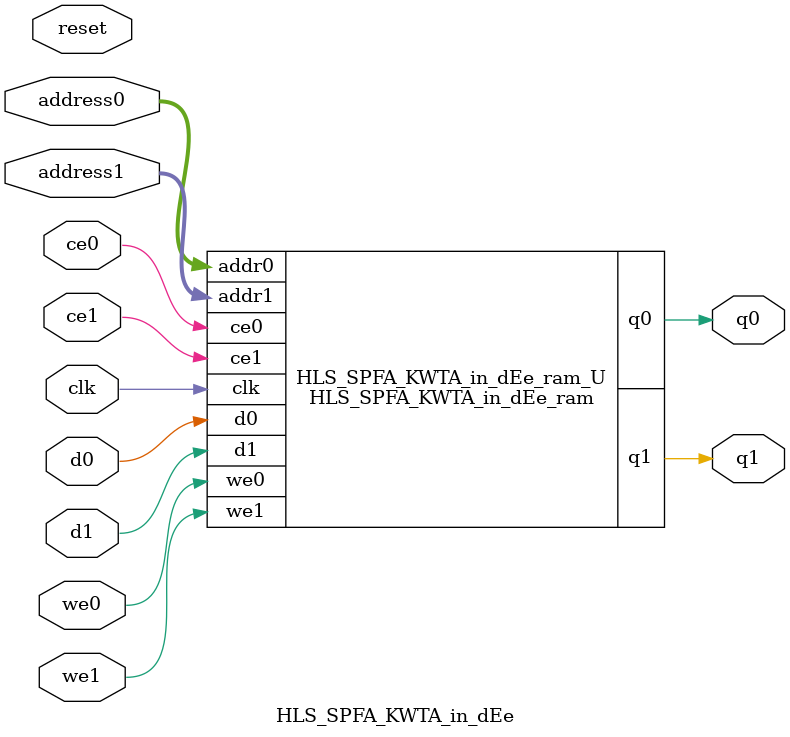
<source format=v>

`timescale 1 ns / 1 ps
module HLS_SPFA_KWTA_in_dEe_ram (addr0, ce0, d0, we0, q0, addr1, ce1, d1, we1, q1,  clk);

parameter DWIDTH = 1;
parameter AWIDTH = 8;
parameter MEM_SIZE = 200;

input[AWIDTH-1:0] addr0;
input ce0;
input[DWIDTH-1:0] d0;
input we0;
output reg[DWIDTH-1:0] q0;
input[AWIDTH-1:0] addr1;
input ce1;
input[DWIDTH-1:0] d1;
input we1;
output reg[DWIDTH-1:0] q1;
input clk;

(* ram_style = "block" *)reg [DWIDTH-1:0] ram[0:MEM_SIZE-1];




always @(posedge clk)  
begin 
    if (ce0) 
    begin
        if (we0) 
        begin 
            ram[addr0] <= d0; 
            q0 <= d0;
        end 
        else 
            q0 <= ram[addr0];
    end
end


always @(posedge clk)  
begin 
    if (ce1) 
    begin
        if (we1) 
        begin 
            ram[addr1] <= d1; 
            q1 <= d1;
        end 
        else 
            q1 <= ram[addr1];
    end
end


endmodule


`timescale 1 ns / 1 ps
module HLS_SPFA_KWTA_in_dEe(
    reset,
    clk,
    address0,
    ce0,
    we0,
    d0,
    q0,
    address1,
    ce1,
    we1,
    d1,
    q1);

parameter DataWidth = 32'd1;
parameter AddressRange = 32'd200;
parameter AddressWidth = 32'd8;
input reset;
input clk;
input[AddressWidth - 1:0] address0;
input ce0;
input we0;
input[DataWidth - 1:0] d0;
output[DataWidth - 1:0] q0;
input[AddressWidth - 1:0] address1;
input ce1;
input we1;
input[DataWidth - 1:0] d1;
output[DataWidth - 1:0] q1;



HLS_SPFA_KWTA_in_dEe_ram HLS_SPFA_KWTA_in_dEe_ram_U(
    .clk( clk ),
    .addr0( address0 ),
    .ce0( ce0 ),
    .we0( we0 ),
    .d0( d0 ),
    .q0( q0 ),
    .addr1( address1 ),
    .ce1( ce1 ),
    .we1( we1 ),
    .d1( d1 ),
    .q1( q1 ));

endmodule


</source>
